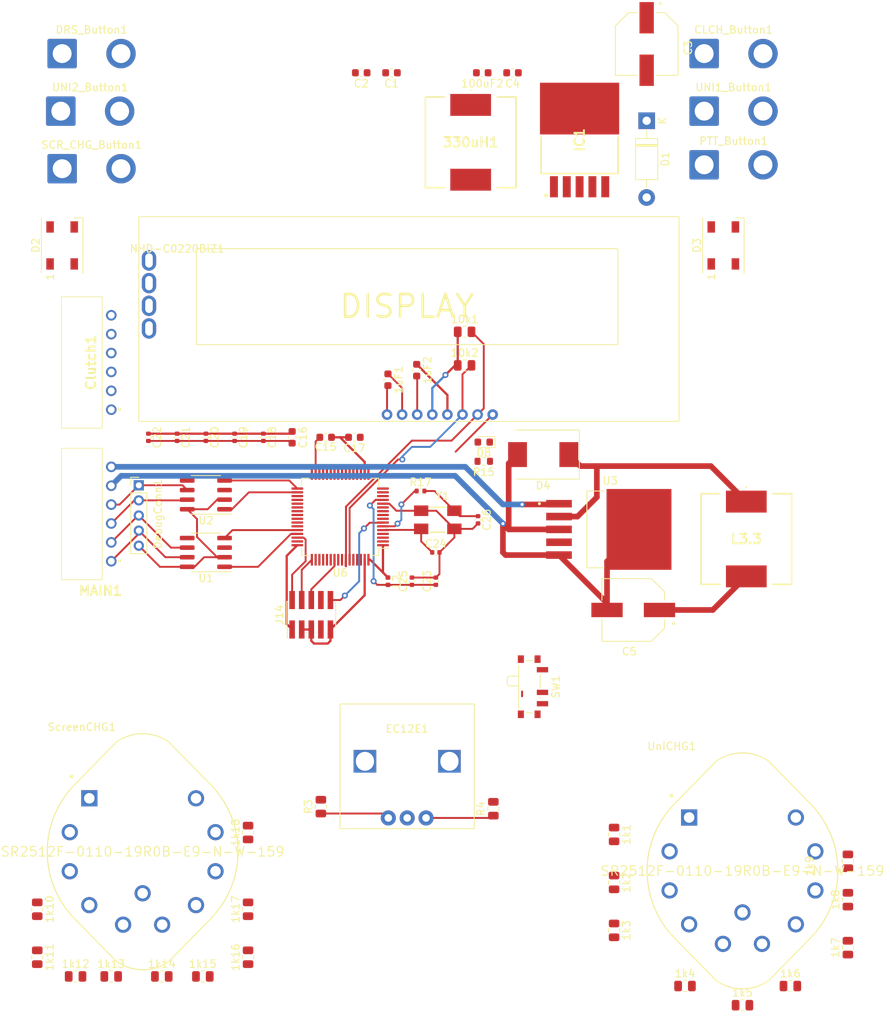
<source format=kicad_pcb>
(kicad_pcb (version 20171130) (host pcbnew "(5.1.10)-1")
  (layers (0 F.Cu signal) (31 B.Cu signal) (34 B.Paste user) (35 F.Paste user) (36 B.SilkS user) (37 F.SilkS user) (38 B.Mask user) (39 F.Mask user) (44 Edge.Cuts user))
  (net 0 "")
  (net 1 GND)
  (net 2 +5V)
  (net 3 +3V3)
  (net 4 "Net-(C15-Pad1)")
  (net 5 "Net-(C17-Pad1)")
  (net 6 +3.3VA)
  (net 7 HSE_IN)
  (net 8 "Net-(C26-Pad1)")
  (net 9 /STM32F405RGT6/BTN_CLCH)
  (net 10 "Net-(330uH1-Pad2)")
  (net 11 /STM32F405RGT6/LED_DATA)
  (net 12 "Net-(D2-Pad2)")
  (net 13 "Net-(D8-Pad1)")
  (net 14 LED_STATUS)
  (net 15 /STM32F405RGT6/BTN_DRS)
  (net 16 +12V)
  (net 17 SWDIO)
  (net 18 SWCLK)
  (net 19 SWO)
  (net 20 NRST)
  (net 21 CAN2_H)
  (net 22 CAN2_L)
  (net 23 CAN1_H)
  (net 24 CAN1_L)
  (net 25 /STM32F405RGT6/BTN_PTT)
  (net 26 "Net-(R16-Pad1)")
  (net 27 BOOT0)
  (net 28 HSE_OUT)
  (net 29 /STM32F405RGT6/BTN_SCR)
  (net 30 CAN1_TX)
  (net 31 CAN1_RX)
  (net 32 CAN2_RX)
  (net 33 CAN2_TX)
  (net 34 /Rotaries/ROT_SCR)
  (net 35 /STM32F405RGT6/BTN_UNI2)
  (net 36 /STM32F405RGT6/BTN_UNI1)
  (net 37 "Net-(1uF1-Pad1)")
  (net 38 /STM32F405RGT6/I2C_SDA)
  (net 39 /STM32F405RGT6/I2C_SCL)
  (net 40 /STM32F405RGT6/I2C_RESET)
  (net 41 "Net-(1uF2-Pad2)")
  (net 42 "Net-(1uF1-Pad2)")
  (net 43 "Net-(1k15-Pad2)")
  (net 44 "Net-(1k12-Pad2)")
  (net 45 "Net-(1k10-Pad2)")
  (net 46 "Net-(1k11-Pad2)")
  (net 47 "Net-(1k16-Pad2)")
  (net 48 "Net-(1k17-Pad2)")
  (net 49 "Net-(1k13-Pad2)")
  (net 50 "Net-(1k14-Pad2)")
  (net 51 "Net-(1k6-Pad2)")
  (net 52 "Net-(1k3-Pad2)")
  (net 53 "Net-(1k1-Pad2)")
  (net 54 "Net-(1k2-Pad2)")
  (net 55 "Net-(1k7-Pad2)")
  (net 56 "Net-(1k8-Pad2)")
  (net 57 "Net-(1k4-Pad2)")
  (net 58 "Net-(1k5-Pad2)")
  (net 59 /Rotaries/ENC_B)
  (net 60 /Rotaries/ENC_A)
  (net 61 "Net-(D4-Pad1)")
  (module Connector_PinHeader_1.27mm:PinHeader_2x05_P1.27mm_Vertical_SMD (layer F.Cu) (at 96.52 128.905 90)
    (fp_text reference J14 (at 0 -4.235 90) (layer F.SilkS))
    (fp_text value SWD)
    (pad 1 smd rect (at -1.95 -2.54 90) (size 2.4 0.74) (layers F.Cu F.Paste F.Mask) (net 3 +3V3))
    (pad 2 smd rect (at 1.95 -2.54 90) (size 2.4 0.74) (layers F.Cu F.Paste F.Mask) (net 17 SWDIO))
    (pad 3 smd rect (at -1.95 -1.27 90) (size 2.4 0.74) (layers F.Cu F.Paste F.Mask) (net 1 GND))
    (pad 4 smd rect (at 1.95 -1.27 90) (size 2.4 0.74) (layers F.Cu F.Paste F.Mask) (net 18 SWCLK))
    (pad 5 smd rect (at -1.95 0 90) (size 2.4 0.74) (layers F.Cu F.Paste F.Mask) (net 1 GND))
    (pad 6 smd rect (at 1.95 0 90) (size 2.4 0.74) (layers F.Cu F.Paste F.Mask) (net 19 SWO))
    (pad 7 smd rect (at -1.95 1.27 90) (size 2.4 0.74) (layers F.Cu F.Paste F.Mask))
    (pad 8 smd rect (at 1.95 1.27 90) (size 2.4 0.74) (layers F.Cu F.Paste F.Mask))
    (pad 9 smd rect (at -1.95 2.54 90) (size 2.4 0.74) (layers F.Cu F.Paste F.Mask) (net 1 GND))
    (pad 10 smd rect (at 1.95 2.54 90) (size 2.4 0.74) (layers F.Cu F.Paste F.Mask) (net 20 NRST))
  )
  (module Diode_SMD:D_SMC (layer F.Cu) (at 127.254 107.696 180)
    (fp_text reference D4 (at 0 -4.1) (layer F.SilkS))
    (fp_text value 1N5819)
    (pad 2 smd rect (at 3.4 0 270) (size 3.3 2.5) (layers F.Cu F.Paste F.Mask) (net 1 GND))
    (pad 1 smd rect (at -3.4 0 270) (size 3.3 2.5) (layers F.Cu F.Paste F.Mask) (net 61 "Net-(D4-Pad1)"))
  )
  (module Connector_PinHeader_2.00mm:PinHeader_1x05_P2.00mm_Vertical (layer F.Cu) (at 73.66 111.76)
    (fp_text reference DebugConn1 (at 2.54 3.81 90) (layer F.SilkS))
    (fp_text value Conn_01x05_Male)
    (pad 5 thru_hole oval (at 0 8) (size 1.35 1.35) (drill 0.8) (layers *.Cu *.Mask) (net 1 GND))
    (pad 4 thru_hole oval (at 0 6) (size 1.35 1.35) (drill 0.8) (layers *.Cu *.Mask) (net 23 CAN1_H))
    (pad 3 thru_hole oval (at 0 4) (size 1.35 1.35) (drill 0.8) (layers *.Cu *.Mask) (net 24 CAN1_L))
    (pad 2 thru_hole oval (at 0 2) (size 1.35 1.35) (drill 0.8) (layers *.Cu *.Mask) (net 21 CAN2_H))
    (pad 1 thru_hole rect (at 0 0) (size 1.35 1.35) (drill 0.8) (layers *.Cu *.Mask) (net 22 CAN2_L))
  )
  (module PGR-06_Additional:OSCCC500X320X110-4N (layer F.Cu) (at 113.284 116.332)
    (fp_text reference Y1 (at 0.63616 -3.18086) (layer F.SilkS) (effects (font (size 1.001843 1.001843))))
    (fp_text value 16MHz)
    (pad 1 smd rect (at -2.2 1.2) (size 1.9 1.4) (layers F.Cu F.Paste F.Mask) (net 7 HSE_IN))
    (pad 2 smd rect (at 2.2 1.2) (size 1.9 1.4) (layers F.Cu F.Paste F.Mask) (net 1 GND))
    (pad 3 smd rect (at 2.2 -1.2) (size 1.9 1.4) (layers F.Cu F.Paste F.Mask) (net 8 "Net-(C26-Pad1)"))
    (pad 4 smd rect (at -2.2 -1.2) (size 1.9 1.4) (layers F.Cu F.Paste F.Mask) (net 1 GND))
  )
  (module PGR-06_Additional:Alpha_Taiwan-SR2512F-0110-19R0B-E9-N-W-159-MFG (layer F.Cu) (at 153.67 162.814)
    (fp_text reference UniCHG1 (at -12.7 -16.499999) (layer F.SilkS) (effects (justify left)))
    (fp_text value SR2512F-0110-19R0B-E9-N-W-159 (at 0 0) (layer F.SilkS) (effects (font (size 1.27 1.27))))
    (pad 11 thru_hole circle (at 0 5.5) (size 2.15 2.15) (drill 1.4) (layers *.Cu) (net 34 /Rotaries/ROT_SCR))
    (pad 1 thru_hole rect (at -7.071 -7.071) (size 2.15 2.15) (drill 1.4) (layers *.Cu) (net 1 GND))
    (pad 10 thru_hole circle (at 7.071 -7.071) (size 2.15 2.15) (drill 1.4) (layers *.Cu) (net 3 +3V3))
    (pad 7 thru_hole circle (at 7.071 7.071) (size 2.15 2.15) (drill 1.4) (layers *.Cu) (net 51 "Net-(1k6-Pad2)"))
    (pad 4 thru_hole circle (at -7.071 7.071) (size 2.15 2.15) (drill 1.4) (layers *.Cu) (net 52 "Net-(1k3-Pad2)"))
    (pad 2 thru_hole circle (at -9.659 -2.588) (size 2.15 2.15) (drill 1.4) (layers *.Cu) (net 53 "Net-(1k1-Pad2)"))
    (pad 3 thru_hole circle (at -9.659 2.588) (size 2.15 2.15) (drill 1.4) (layers *.Cu) (net 54 "Net-(1k2-Pad2)"))
    (pad 8 thru_hole circle (at 9.659 2.588) (size 2.15 2.15) (drill 1.4) (layers *.Cu) (net 55 "Net-(1k7-Pad2)"))
    (pad 9 thru_hole circle (at 9.659 -2.588) (size 2.15 2.15) (drill 1.4) (layers *.Cu) (net 56 "Net-(1k8-Pad2)"))
    (pad 5 thru_hole circle (at -2.588 9.659) (size 2.15 2.15) (drill 1.4) (layers *.Cu) (net 57 "Net-(1k4-Pad2)"))
    (pad 6 thru_hole circle (at 2.588 9.659) (size 2.15 2.15) (drill 1.4) (layers *.Cu) (net 58 "Net-(1k5-Pad2)"))
  )
  (module PGR-06_Additional:Alpha_Taiwan-SR2512F-0110-19R0B-E9-N-W-159-MFG (layer F.Cu) (at 74.168 160.274)
    (fp_text reference ScreenCHG1 (at -12.7 -16.499999) (layer F.SilkS) (effects (justify left)))
    (fp_text value SR2512F-0110-19R0B-E9-N-W-159 (at 0 0) (layer F.SilkS) (effects (font (size 1.27 1.27))))
    (pad 11 thru_hole circle (at 0 5.5) (size 2.15 2.15) (drill 1.4) (layers *.Cu) (net 34 /Rotaries/ROT_SCR))
    (pad 1 thru_hole rect (at -7.071 -7.071) (size 2.15 2.15) (drill 1.4) (layers *.Cu) (net 1 GND))
    (pad 10 thru_hole circle (at 7.071 -7.071) (size 2.15 2.15) (drill 1.4) (layers *.Cu) (net 3 +3V3))
    (pad 7 thru_hole circle (at 7.071 7.071) (size 2.15 2.15) (drill 1.4) (layers *.Cu) (net 43 "Net-(1k15-Pad2)"))
    (pad 4 thru_hole circle (at -7.071 7.071) (size 2.15 2.15) (drill 1.4) (layers *.Cu) (net 44 "Net-(1k12-Pad2)"))
    (pad 2 thru_hole circle (at -9.659 -2.588) (size 2.15 2.15) (drill 1.4) (layers *.Cu) (net 45 "Net-(1k10-Pad2)"))
    (pad 3 thru_hole circle (at -9.659 2.588) (size 2.15 2.15) (drill 1.4) (layers *.Cu) (net 46 "Net-(1k11-Pad2)"))
    (pad 8 thru_hole circle (at 9.659 2.588) (size 2.15 2.15) (drill 1.4) (layers *.Cu) (net 47 "Net-(1k16-Pad2)"))
    (pad 9 thru_hole circle (at 9.659 -2.588) (size 2.15 2.15) (drill 1.4) (layers *.Cu) (net 48 "Net-(1k17-Pad2)"))
    (pad 5 thru_hole circle (at -2.588 9.659) (size 2.15 2.15) (drill 1.4) (layers *.Cu) (net 49 "Net-(1k13-Pad2)"))
    (pad 6 thru_hole circle (at 2.588 9.659) (size 2.15 2.15) (drill 1.4) (layers *.Cu) (net 50 "Net-(1k14-Pad2)"))
  )
  (module Resistor_SMD:R_0805_2012Metric (layer F.Cu) (at 120.65 154.5825 90)
    (fp_text reference R4 (at 0 -1.65 90) (layer F.SilkS))
    (fp_text value 10k)
    (pad 2 smd roundrect (at 0.9125 0 90) (size 1.025 1.4) (layers F.Cu F.Paste F.Mask) (roundrect_rratio 0.243902) (net 3 +3V3))
    (pad 1 smd roundrect (at -0.9125 0 90) (size 1.025 1.4) (layers F.Cu F.Paste F.Mask) (roundrect_rratio 0.243902) (net 59 /Rotaries/ENC_B))
  )
  (module Resistor_SMD:R_0805_2012Metric (layer F.Cu) (at 97.79 154.305 90)
    (fp_text reference R3 (at 0 -1.65 90) (layer F.SilkS))
    (fp_text value 10k)
    (pad 2 smd roundrect (at 0.9125 0 90) (size 1.025 1.4) (layers F.Cu F.Paste F.Mask) (roundrect_rratio 0.243902) (net 3 +3V3))
    (pad 1 smd roundrect (at -0.9125 0 90) (size 1.025 1.4) (layers F.Cu F.Paste F.Mask) (roundrect_rratio 0.243902) (net 60 /Rotaries/ENC_A))
  )
  (module "PGR-06_Additional:NHD-C0220BiZ-FS(RGB)-FBW-3VM" (layer F.Cu) (at 73.66 76.2)
    (fp_text reference NHD-C0220BiZ1 (at 5.08 4.24) (layer F.SilkS))
    (fp_text value "NHD-C0220BiZ-FS(RGB)-FBW-3VM")
    (fp_text user DISPLAY (at 35.56 11.86) (layer F.SilkS) (effects (font (size 3 3) (thickness 0.35))))
    (pad 12 thru_hole oval (at 1.35 5.8) (size 1.9 2.7) (drill oval 1 1.9) (layers *.Cu *.Mask))
    (pad 11 thru_hole oval (at 1.35 8.8) (size 1.9 2.7) (drill oval 1 1.9) (layers *.Cu *.Mask))
    (pad 10 thru_hole oval (at 1.35 11.8) (size 1.9 2.7) (drill oval 1 1.9) (layers *.Cu *.Mask))
    (pad 9 thru_hole oval (at 1.35 14.8) (size 1.9 2.7) (drill oval 1 1.9) (layers *.Cu *.Mask))
    (pad 1 thru_hole circle (at 46.9 26.2) (size 1.4 1.4) (drill 0.7) (layers *.Cu *.Mask) (net 40 /STM32F405RGT6/I2C_RESET))
    (pad 2 thru_hole circle (at 44.9 26.2) (size 1.4 1.4) (drill 0.8) (layers *.Cu *.Mask) (net 39 /STM32F405RGT6/I2C_SCL))
    (pad 3 thru_hole circle (at 42.9 26.2) (size 1.4 1.4) (drill 0.762) (layers *.Cu *.Mask) (net 38 /STM32F405RGT6/I2C_SDA))
    (pad 4 thru_hole circle (at 40.9 26.2) (size 1.4 1.4) (drill 0.762) (layers *.Cu *.Mask) (net 1 GND))
    (pad 5 thru_hole circle (at 38.9 26.2) (size 1.4 1.4) (drill 0.762) (layers *.Cu *.Mask) (net 3 +3V3))
    (pad 6 thru_hole circle (at 36.9 26.2) (size 1.4 1.4) (drill 0.762) (layers *.Cu *.Mask) (net 41 "Net-(1uF2-Pad2)"))
    (pad 7 thru_hole circle (at 34.9 26.2) (size 1.4 1.4) (drill 0.762) (layers *.Cu *.Mask) (net 37 "Net-(1uF1-Pad1)"))
    (pad 8 thru_hole circle (at 32.9 26.2) (size 1.4 1.4) (drill 0.762) (layers *.Cu *.Mask) (net 42 "Net-(1uF1-Pad2)"))
  )
  (module PGR-06_Additional:EC12E1220405 (layer F.Cu) (at 109.22 143.51)
    (fp_text reference EC12E1 (at 0 0.5) (layer F.SilkS))
    (fp_text value EC12E1220405)
    (pad "" thru_hole rect (at 5.6108 4.7936) (size 3 3) (drill oval 2.4 2.5) (layers *.Cu *.Mask))
    (pad "" thru_hole rect (at -5.5892 4.7936) (size 3 3) (drill oval 2.4 2.5) (layers *.Cu *.Mask))
    (pad 3 thru_hole circle (at 2.5108 12.2936) (size 2 2) (drill 1) (layers *.Cu *.Mask) (net 59 /Rotaries/ENC_B))
    (pad 2 thru_hole circle (at 0.0108 12.2936) (size 2 2) (drill 1) (layers *.Cu *.Mask) (net 1 GND))
    (pad 1 thru_hole circle (at -2.4892 12.2936) (size 2 2) (drill 1) (layers *.Cu *.Mask) (net 60 /Rotaries/ENC_A))
  )
  (module Capacitor_SMD:C_0603_1608Metric (layer F.Cu) (at 110.49 96.52 270)
    (fp_text reference 1uF2 (at 0 -1.43 90) (layer F.SilkS))
    (fp_text value C_Small)
    (pad 2 smd roundrect (at 0.775 0 270) (size 0.9 0.95) (layers F.Cu F.Paste F.Mask) (net 41 "Net-(1uF2-Pad2)"))
    (pad 1 smd roundrect (at -0.775 0 270) (size 0.9 0.95) (layers F.Cu F.Paste F.Mask) (net 1 GND))
  )
  (module Capacitor_SMD:C_0603_1608Metric (layer F.Cu) (at 106.68 97.79 270)
    (fp_text reference 1uF1 (at 0 -1.43 90) (layer F.SilkS))
    (fp_text value C_Small)
    (pad 2 smd roundrect (at 0.775 0 270) (size 0.9 0.95) (layers F.Cu F.Paste F.Mask) (net 42 "Net-(1uF1-Pad2)"))
    (pad 1 smd roundrect (at -0.775 0 270) (size 0.9 0.95) (layers F.Cu F.Paste F.Mask) (net 37 "Net-(1uF1-Pad1)"))
  )
  (module Resistor_SMD:R_0805_2012Metric (layer F.Cu) (at 88.138 157.734 90)
    (fp_text reference 1k18 (at 0 -1.65 90) (layer F.SilkS))
    (fp_text value 1k)
    (pad 2 smd roundrect (at 0.9125 0 90) (size 1.025 1.4) (layers F.Cu F.Paste F.Mask) (roundrect_rratio 0.243902) (net 3 +3V3))
    (pad 1 smd roundrect (at -0.9125 0 90) (size 1.025 1.4) (layers F.Cu F.Paste F.Mask) (roundrect_rratio 0.243902) (net 48 "Net-(1k17-Pad2)"))
  )
  (module Resistor_SMD:R_0805_2012Metric (layer F.Cu) (at 88.138 167.894 90)
    (fp_text reference 1k17 (at 0 -1.65 90) (layer F.SilkS))
    (fp_text value 1k)
    (pad 2 smd roundrect (at 0.9125 0 90) (size 1.025 1.4) (layers F.Cu F.Paste F.Mask) (roundrect_rratio 0.243902) (net 48 "Net-(1k17-Pad2)"))
    (pad 1 smd roundrect (at -0.9125 0 90) (size 1.025 1.4) (layers F.Cu F.Paste F.Mask) (roundrect_rratio 0.243902) (net 47 "Net-(1k16-Pad2)"))
  )
  (module Resistor_SMD:R_0805_2012Metric (layer F.Cu) (at 88.138 174.244 90)
    (fp_text reference 1k16 (at 0 -1.65 90) (layer F.SilkS))
    (fp_text value 1k)
    (pad 2 smd roundrect (at 0.9125 0 90) (size 1.025 1.4) (layers F.Cu F.Paste F.Mask) (roundrect_rratio 0.243902) (net 47 "Net-(1k16-Pad2)"))
    (pad 1 smd roundrect (at -0.9125 0 90) (size 1.025 1.4) (layers F.Cu F.Paste F.Mask) (roundrect_rratio 0.243902) (net 43 "Net-(1k15-Pad2)"))
  )
  (module Resistor_SMD:R_0805_2012Metric (layer F.Cu) (at 116.84 95.885)
    (fp_text reference 10k2 (at 0 -1.65) (layer F.SilkS))
    (fp_text value R_Small)
    (pad 2 smd roundrect (at 0.9125 0) (size 1.025 1.4) (layers F.Cu F.Paste F.Mask) (roundrect_rratio 0.243902) (net 38 /STM32F405RGT6/I2C_SDA))
    (pad 1 smd roundrect (at -0.9125 0) (size 1.025 1.4) (layers F.Cu F.Paste F.Mask) (roundrect_rratio 0.243902) (net 3 +3V3))
  )
  (module Resistor_SMD:R_0805_2012Metric (layer F.Cu) (at 116.84 91.44)
    (fp_text reference 10k1 (at 0 -1.65) (layer F.SilkS))
    (fp_text value R_Small)
    (pad 2 smd roundrect (at 0.9125 0) (size 1.025 1.4) (layers F.Cu F.Paste F.Mask) (roundrect_rratio 0.243902) (net 39 /STM32F405RGT6/I2C_SCL))
    (pad 1 smd roundrect (at -0.9125 0) (size 1.025 1.4) (layers F.Cu F.Paste F.Mask) (roundrect_rratio 0.243902) (net 3 +3V3))
  )
  (module 16SVPG330MX:CAP_16SVPG330MX (layer F.Cu) (at 140.97 53.34 270)
    (fp_text reference C3 (at 0.525 -5.492 90) (layer F.SilkS))
    (fp_text value 16SVPG330MX)
    (pad 1 smd rect (at -3.475 0 270) (size 4.15 1.9) (layers F.Cu F.Paste F.Mask) (net 2 +5V))
    (pad 2 smd rect (at 3.475 0 270) (size 4.15 1.9) (layers F.Cu F.Paste F.Mask) (net 1 GND))
  )
  (module 16SVPG330MX:CAP_16SVPG330MX (layer F.Cu) (at 139.192 128.27 180)
    (fp_text reference C5 (at 0.525 -5.492) (layer F.SilkS))
    (fp_text value 16SVPG330MX)
    (pad 2 smd rect (at 3.475 0 180) (size 4.15 1.9) (layers F.Cu F.Paste F.Mask) (net 1 GND))
    (pad 1 smd rect (at -3.475 0 180) (size 4.15 1.9) (layers F.Cu F.Paste F.Mask) (net 3 +3V3))
  )
  (module LM2575HVS-5.0_NOPB:TO170P1435X465-6N (layer F.Cu) (at 132.08 66.04 90)
    (fp_text reference IC1 (at 0 0 90) (layer F.SilkS) (effects (font (size 1.27 1.27) (thickness 0.254))))
    (fp_text value LM2575HVS-5.0_NOPB hide)
    (pad 6 smd rect (at 4.15 0 90) (size 6.85 10.5) (layers F.Cu F.Paste F.Mask) (net 1 GND))
    (pad 5 smd rect (at -6.2 3.4 180) (size 1.05 2.8) (layers F.Cu F.Paste F.Mask) (net 1 GND))
    (pad 4 smd rect (at -6.2 1.7 180) (size 1.05 2.8) (layers F.Cu F.Paste F.Mask) (net 2 +5V))
    (pad 3 smd rect (at -6.2 0 180) (size 1.05 2.8) (layers F.Cu F.Paste F.Mask) (net 1 GND))
    (pad 2 smd rect (at -6.2 -1.7 180) (size 1.05 2.8) (layers F.Cu F.Paste F.Mask) (net 10 "Net-(330uH1-Pad2)"))
    (pad 1 smd rect (at -6.2 -3.4 180) (size 1.05 2.8) (layers F.Cu F.Paste F.Mask) (net 16 +12V))
  )
  (module LM2575HVS-3.3_NOPB:VREG_TPS79625KTTR (layer F.Cu) (at 139.954 117.602)
    (fp_text reference U3 (at -3.825 -6.435) (layer F.SilkS))
    (fp_text value LM2575HVS-3.3_NOPB)
    (pad 6 smd rect (at 0 0) (size 8.6 10.7) (layers F.Cu) (net 1 GND))
    (pad 5 smd rect (at -10.6 3.4) (size 3.4 1) (layers F.Cu) (net 1 GND))
    (pad 4 smd rect (at -10.6 1.7) (size 3.4 1) (layers F.Cu) (net 3 +3V3))
    (pad 3 smd rect (at -10.6 0) (size 3.4 1) (layers F.Cu) (net 1 GND))
    (pad 2 smd rect (at -10.6 -1.7) (size 3.4 1) (layers F.Cu) (net 61 "Net-(D4-Pad1)"))
    (pad 1 smd rect (at -10.6 -3.4) (size 3.4 1) (layers F.Cu) (net 16 +12V))
  )
  (module PGR-06_Additional:7447707331 (layer F.Cu) (at 154.178 118.872 180)
    (fp_text reference L3.3 (at 0 0) (layer F.SilkS) (effects (font (size 1.27 1.27) (thickness 0.254))))
    (fp_text value 330uH hide)
    (pad 1 smd rect (at 0 4.95 270) (size 2.9 5.4) (layers F.Cu F.Paste F.Mask) (net 61 "Net-(D4-Pad1)"))
    (pad 2 smd rect (at 0 -4.95 270) (size 2.9 5.4) (layers F.Cu F.Paste F.Mask) (net 3 +3V3))
  )
  (module PGR-06_Additional:7447707331 (layer F.Cu) (at 117.645 66.355 180)
    (fp_text reference 330uH1 (at 0 0) (layer F.SilkS) (effects (font (size 1.27 1.27) (thickness 0.254))))
    (fp_text value L_Small hide)
    (pad 1 smd rect (at 0 4.95 270) (size 2.9 5.4) (layers F.Cu F.Paste F.Mask) (net 2 +5V))
    (pad 2 smd rect (at 0 -4.95 270) (size 2.9 5.4) (layers F.Cu F.Paste F.Mask) (net 10 "Net-(330uH1-Pad2)"))
  )
  (module 22-05-7065:22057065 (layer F.Cu) (at 67.31 115.57 90)
    (fp_text reference MAIN1 (at -10.16 1.27 180) (layer F.SilkS) (effects (font (size 1.27 1.27) (thickness 0.254))))
    (fp_text value 22-05-7065 hide)
    (pad 1 thru_hole circle (at -6.25 2.7 90) (size 1.4 1.4) (drill 0.9) (layers *.Cu *.Mask) (net 23 CAN1_H))
    (pad 2 thru_hole circle (at -3.75 2.7 90) (size 1.4 1.4) (drill 0.9) (layers *.Cu *.Mask) (net 24 CAN1_L))
    (pad 3 thru_hole circle (at -1.25 2.7 90) (size 1.4 1.4) (drill 0.9) (layers *.Cu *.Mask) (net 21 CAN2_H))
    (pad 4 thru_hole circle (at 1.25 2.7 90) (size 1.4 1.4) (drill 0.9) (layers *.Cu *.Mask) (net 22 CAN2_L))
    (pad 5 thru_hole circle (at 3.75 2.7 90) (size 1.4 1.4) (drill 0.9) (layers *.Cu *.Mask) (net 1 GND))
    (pad 6 thru_hole circle (at 6.25 2.7 90) (size 1.4 1.4) (drill 0.9) (layers *.Cu *.Mask) (net 16 +12V))
  )
  (module 22-05-7065:22057065 (layer F.Cu) (at 67.31 95.504 90)
    (fp_text reference Clutch1 (at 0 0 90) (layer F.SilkS) (effects (font (size 1.27 1.27) (thickness 0.254))))
    (fp_text value 22-05-7065 hide)
    (pad 6 thru_hole circle (at 6.25 2.7 90) (size 1.4 1.4) (drill 0.9) (layers *.Cu *.Mask) (net 1 GND))
    (pad 5 thru_hole circle (at 3.75 2.7 90) (size 1.4 1.4) (drill 0.9) (layers *.Cu *.Mask))
    (pad 4 thru_hole circle (at 1.25 2.7 90) (size 1.4 1.4) (drill 0.9) (layers *.Cu *.Mask) (net 1 GND))
    (pad 3 thru_hole circle (at -1.25 2.7 90) (size 1.4 1.4) (drill 0.9) (layers *.Cu *.Mask))
    (pad 2 thru_hole circle (at -3.75 2.7 90) (size 1.4 1.4) (drill 0.9) (layers *.Cu *.Mask) (net 3 +3V3))
    (pad 1 thru_hole circle (at -6.25 2.7 90) (size 1.4 1.4) (drill 0.9) (layers *.Cu *.Mask))
  )
  (module Capacitor_SMD:C_0603_1608Metric (layer F.Cu) (at 103.14 57.15 180)
    (fp_text reference C2 (at 0 -1.43) (layer F.SilkS))
    (fp_text value C_Small)
    (pad 2 smd roundrect (at 0.775 0 180) (size 0.9 0.95) (layers F.Cu F.Paste F.Mask) (net 2 +5V))
    (pad 1 smd roundrect (at -0.775 0 180) (size 0.9 0.95) (layers F.Cu F.Paste F.Mask) (net 1 GND))
  )
  (module Capacitor_SMD:C_0603_1608Metric (layer F.Cu) (at 107.15 57.15 180)
    (fp_text reference C1 (at 0 -1.43) (layer F.SilkS))
    (fp_text value C_Small)
    (pad 2 smd roundrect (at 0.775 0 180) (size 0.9 0.95) (layers F.Cu F.Paste F.Mask) (net 2 +5V))
    (pad 1 smd roundrect (at -0.775 0 180) (size 0.9 0.95) (layers F.Cu F.Paste F.Mask) (net 1 GND))
  )
  (module Capacitor_SMD:C_0603_1608Metric (layer F.Cu) (at 119.18 57.15 180)
    (fp_text reference 100uF2 (at 0 -1.43) (layer F.SilkS))
    (fp_text value C_Small)
    (pad 2 smd roundrect (at 0.775 0 180) (size 0.9 0.95) (layers F.Cu F.Paste F.Mask) (net 16 +12V))
    (pad 1 smd roundrect (at -0.775 0 180) (size 0.9 0.95) (layers F.Cu F.Paste F.Mask) (net 1 GND))
  )
  (module Capacitor_SMD:C_0603_1608Metric (layer F.Cu) (at 123.19 57.15 180)
    (fp_text reference C4 (at 0 -1.43) (layer F.SilkS))
    (fp_text value 100uF)
    (pad 2 smd roundrect (at 0.775 0 180) (size 0.9 0.95) (layers F.Cu F.Paste F.Mask) (net 16 +12V))
    (pad 1 smd roundrect (at -0.775 0 180) (size 0.9 0.95) (layers F.Cu F.Paste F.Mask) (net 1 GND))
  )
  (module Resistor_SMD:R_0805_2012Metric (layer F.Cu) (at 82.1455 176.784)
    (fp_text reference 1k15 (at 0 -1.65) (layer F.SilkS))
    (fp_text value 1k)
    (pad 2 smd roundrect (at 0.9125 0) (size 1.025 1.4) (layers F.Cu F.Paste F.Mask) (roundrect_rratio 0.243902) (net 43 "Net-(1k15-Pad2)"))
    (pad 1 smd roundrect (at -0.9125 0) (size 1.025 1.4) (layers F.Cu F.Paste F.Mask) (roundrect_rratio 0.243902) (net 50 "Net-(1k14-Pad2)"))
  )
  (module Resistor_SMD:R_0805_2012Metric (layer F.Cu) (at 76.708 176.784)
    (fp_text reference 1k14 (at 0 -1.65) (layer F.SilkS))
    (fp_text value 1k)
    (pad 2 smd roundrect (at 0.9125 0) (size 1.025 1.4) (layers F.Cu F.Paste F.Mask) (roundrect_rratio 0.243902) (net 50 "Net-(1k14-Pad2)"))
    (pad 1 smd roundrect (at -0.9125 0) (size 1.025 1.4) (layers F.Cu F.Paste F.Mask) (roundrect_rratio 0.243902) (net 49 "Net-(1k13-Pad2)"))
  )
  (module Resistor_SMD:R_0805_2012Metric (layer F.Cu) (at 70.0005 176.784)
    (fp_text reference 1k13 (at 0 -1.65) (layer F.SilkS))
    (fp_text value 1k)
    (pad 2 smd roundrect (at 0.9125 0) (size 1.025 1.4) (layers F.Cu F.Paste F.Mask) (roundrect_rratio 0.243902) (net 49 "Net-(1k13-Pad2)"))
    (pad 1 smd roundrect (at -0.9125 0) (size 1.025 1.4) (layers F.Cu F.Paste F.Mask) (roundrect_rratio 0.243902) (net 44 "Net-(1k12-Pad2)"))
  )
  (module Resistor_SMD:R_0805_2012Metric (layer F.Cu) (at 65.278 176.784)
    (fp_text reference 1k12 (at 0 -1.65) (layer F.SilkS))
    (fp_text value 1k)
    (pad 2 smd roundrect (at 0.9125 0) (size 1.025 1.4) (layers F.Cu F.Paste F.Mask) (roundrect_rratio 0.243902) (net 44 "Net-(1k12-Pad2)"))
    (pad 1 smd roundrect (at -0.9125 0) (size 1.025 1.4) (layers F.Cu F.Paste F.Mask) (roundrect_rratio 0.243902) (net 46 "Net-(1k11-Pad2)"))
  )
  (module Resistor_SMD:R_0805_2012Metric (layer F.Cu) (at 60.198 174.244 270)
    (fp_text reference 1k11 (at 0 -1.65 90) (layer F.SilkS))
    (fp_text value 1k)
    (pad 2 smd roundrect (at 0.9125 0 270) (size 1.025 1.4) (layers F.Cu F.Paste F.Mask) (roundrect_rratio 0.243902) (net 46 "Net-(1k11-Pad2)"))
    (pad 1 smd roundrect (at -0.9125 0 270) (size 1.025 1.4) (layers F.Cu F.Paste F.Mask) (roundrect_rratio 0.243902) (net 45 "Net-(1k10-Pad2)"))
  )
  (module Resistor_SMD:R_0805_2012Metric (layer F.Cu) (at 60.198 167.894 270)
    (fp_text reference 1k10 (at 0 -1.65 90) (layer F.SilkS))
    (fp_text value 1k)
    (pad 2 smd roundrect (at 0.9125 0 270) (size 1.025 1.4) (layers F.Cu F.Paste F.Mask) (roundrect_rratio 0.243902) (net 45 "Net-(1k10-Pad2)"))
    (pad 1 smd roundrect (at -0.9125 0 270) (size 1.025 1.4) (layers F.Cu F.Paste F.Mask) (roundrect_rratio 0.243902) (net 1 GND))
  )
  (module Resistor_SMD:R_0805_2012Metric (layer F.Cu) (at 167.64 161.544 90)
    (fp_text reference 1k9 (at -0.63 -5.08 90) (layer F.SilkS))
    (fp_text value 1k)
    (pad 2 smd roundrect (at 0.9125 0 90) (size 1.025 1.4) (layers F.Cu F.Paste F.Mask) (roundrect_rratio 0.243902) (net 3 +3V3))
    (pad 1 smd roundrect (at -0.9125 0 90) (size 1.025 1.4) (layers F.Cu F.Paste F.Mask) (roundrect_rratio 0.243902) (net 56 "Net-(1k8-Pad2)"))
  )
  (module Resistor_SMD:R_0805_2012Metric (layer F.Cu) (at 167.64 166.624 90)
    (fp_text reference 1k8 (at 0 -1.65 90) (layer F.SilkS))
    (fp_text value 1k)
    (pad 2 smd roundrect (at 0.9125 0 90) (size 1.025 1.4) (layers F.Cu F.Paste F.Mask) (roundrect_rratio 0.243902) (net 56 "Net-(1k8-Pad2)"))
    (pad 1 smd roundrect (at -0.9125 0 90) (size 1.025 1.4) (layers F.Cu F.Paste F.Mask) (roundrect_rratio 0.243902) (net 55 "Net-(1k7-Pad2)"))
  )
  (module Resistor_SMD:R_0805_2012Metric (layer F.Cu) (at 167.64 172.974 90)
    (fp_text reference 1k7 (at 0 -1.65 90) (layer F.SilkS))
    (fp_text value 1k)
    (pad 2 smd roundrect (at 0.9125 0 90) (size 1.025 1.4) (layers F.Cu F.Paste F.Mask) (roundrect_rratio 0.243902) (net 55 "Net-(1k7-Pad2)"))
    (pad 1 smd roundrect (at -0.9125 0 90) (size 1.025 1.4) (layers F.Cu F.Paste F.Mask) (roundrect_rratio 0.243902) (net 51 "Net-(1k6-Pad2)"))
  )
  (module Resistor_SMD:R_0805_2012Metric (layer F.Cu) (at 160.02 178.054)
    (fp_text reference 1k6 (at 0 -1.65) (layer F.SilkS))
    (fp_text value 1k)
    (pad 2 smd roundrect (at 0.9125 0) (size 1.025 1.4) (layers F.Cu F.Paste F.Mask) (roundrect_rratio 0.243902) (net 51 "Net-(1k6-Pad2)"))
    (pad 1 smd roundrect (at -0.9125 0) (size 1.025 1.4) (layers F.Cu F.Paste F.Mask) (roundrect_rratio 0.243902) (net 58 "Net-(1k5-Pad2)"))
  )
  (module Resistor_SMD:R_0805_2012Metric (layer F.Cu) (at 153.67 180.594)
    (fp_text reference 1k5 (at 0 -1.65) (layer F.SilkS))
    (fp_text value 1k)
    (pad 2 smd roundrect (at 0.9125 0) (size 1.025 1.4) (layers F.Cu F.Paste F.Mask) (roundrect_rratio 0.243902) (net 58 "Net-(1k5-Pad2)"))
    (pad 1 smd roundrect (at -0.9125 0) (size 1.025 1.4) (layers F.Cu F.Paste F.Mask) (roundrect_rratio 0.243902) (net 57 "Net-(1k4-Pad2)"))
  )
  (module Resistor_SMD:R_0805_2012Metric (layer F.Cu) (at 146.05 178.054)
    (fp_text reference 1k4 (at 0 -1.65) (layer F.SilkS))
    (fp_text value 1k)
    (pad 2 smd roundrect (at 0.9125 0) (size 1.025 1.4) (layers F.Cu F.Paste F.Mask) (roundrect_rratio 0.243902) (net 57 "Net-(1k4-Pad2)"))
    (pad 1 smd roundrect (at -0.9125 0) (size 1.025 1.4) (layers F.Cu F.Paste F.Mask) (roundrect_rratio 0.243902) (net 52 "Net-(1k3-Pad2)"))
  )
  (module Resistor_SMD:R_0805_2012Metric (layer F.Cu) (at 136.652 170.688 270)
    (fp_text reference 1k3 (at 0 -1.65 90) (layer F.SilkS))
    (fp_text value 1k)
    (pad 2 smd roundrect (at 0.9125 0 270) (size 1.025 1.4) (layers F.Cu F.Paste F.Mask) (roundrect_rratio 0.243902) (net 52 "Net-(1k3-Pad2)"))
    (pad 1 smd roundrect (at -0.9125 0 270) (size 1.025 1.4) (layers F.Cu F.Paste F.Mask) (roundrect_rratio 0.243902) (net 54 "Net-(1k2-Pad2)"))
  )
  (module Resistor_SMD:R_0805_2012Metric (layer F.Cu) (at 136.652 164.338 270)
    (fp_text reference 1k2 (at 0 -1.65 90) (layer F.SilkS))
    (fp_text value 1k)
    (pad 2 smd roundrect (at 0.9125 0 270) (size 1.025 1.4) (layers F.Cu F.Paste F.Mask) (roundrect_rratio 0.243902) (net 54 "Net-(1k2-Pad2)"))
    (pad 1 smd roundrect (at -0.9125 0 270) (size 1.025 1.4) (layers F.Cu F.Paste F.Mask) (roundrect_rratio 0.243902) (net 53 "Net-(1k1-Pad2)"))
  )
  (module Resistor_SMD:R_0805_2012Metric (layer F.Cu) (at 136.652 157.988 270)
    (fp_text reference 1k1 (at 0 -1.65 90) (layer F.SilkS))
    (fp_text value 1k)
    (pad 2 smd roundrect (at 0.9125 0 270) (size 1.025 1.4) (layers F.Cu F.Paste F.Mask) (roundrect_rratio 0.243902) (net 53 "Net-(1k1-Pad2)"))
    (pad 1 smd roundrect (at -0.9125 0 270) (size 1.025 1.4) (layers F.Cu F.Paste F.Mask) (roundrect_rratio 0.243902) (net 1 GND))
  )
  (module Capacitor_SMD:C_0603_1608Metric (layer F.Cu) (at 98.425 105.41)
    (fp_text reference C15 (at 0 1.27) (layer F.SilkS))
    (fp_text value 2u2)
    (pad 1 smd roundrect (at -0.775 0) (size 0.9 0.95) (layers F.Cu F.Paste F.Mask) (net 4 "Net-(C15-Pad1)"))
    (pad 2 smd roundrect (at 0.775 0) (size 0.9 0.95) (layers F.Cu F.Paste F.Mask) (net 1 GND))
  )
  (module Capacitor_SMD:C_0603_1608Metric (layer F.Cu) (at 93.98 105.41 270)
    (fp_text reference C16 (at 0 -1.43 90) (layer F.SilkS))
    (fp_text value 4u7)
    (pad 2 smd roundrect (at 0.775 0 270) (size 0.9 0.95) (layers F.Cu F.Paste F.Mask) (net 1 GND))
    (pad 1 smd roundrect (at -0.775 0 270) (size 0.9 0.95) (layers F.Cu F.Paste F.Mask) (net 3 +3V3))
  )
  (module Capacitor_SMD:C_0603_1608Metric (layer F.Cu) (at 102.235 105.41 180)
    (fp_text reference C17 (at 0 -1.43) (layer F.SilkS))
    (fp_text value 2u2)
    (pad 1 smd roundrect (at -0.775 0 180) (size 0.9 0.95) (layers F.Cu F.Paste F.Mask) (net 5 "Net-(C17-Pad1)"))
    (pad 2 smd roundrect (at 0.775 0 180) (size 0.9 0.95) (layers F.Cu F.Paste F.Mask) (net 1 GND))
  )
  (module Capacitor_SMD:C_0402_1005Metric (layer F.Cu) (at 90.17 105.41 270)
    (fp_text reference C18 (at 0 -1.16 90) (layer F.SilkS))
    (fp_text value 100n)
    (pad 1 smd roundrect (at -0.48 0 270) (size 0.56 0.62) (layers F.Cu F.Paste F.Mask) (net 3 +3V3))
    (pad 2 smd roundrect (at 0.48 0 270) (size 0.56 0.62) (layers F.Cu F.Paste F.Mask) (net 1 GND))
  )
  (module Capacitor_SMD:C_0402_1005Metric (layer F.Cu) (at 86.36 105.41 270)
    (fp_text reference C19 (at 0 -1.16 90) (layer F.SilkS))
    (fp_text value 100n)
    (pad 2 smd roundrect (at 0.48 0 270) (size 0.56 0.62) (layers F.Cu F.Paste F.Mask) (net 1 GND))
    (pad 1 smd roundrect (at -0.48 0 270) (size 0.56 0.62) (layers F.Cu F.Paste F.Mask) (net 3 +3V3))
  )
  (module Capacitor_SMD:C_0402_1005Metric (layer F.Cu) (at 82.55 105.41 270)
    (fp_text reference C20 (at 0 -1.16 90) (layer F.SilkS))
    (fp_text value 100n)
    (pad 1 smd roundrect (at -0.48 0 270) (size 0.56 0.62) (layers F.Cu F.Paste F.Mask) (net 3 +3V3))
    (pad 2 smd roundrect (at 0.48 0 270) (size 0.56 0.62) (layers F.Cu F.Paste F.Mask) (net 1 GND))
  )
  (module Capacitor_SMD:C_0402_1005Metric (layer F.Cu) (at 78.74 105.41 270)
    (fp_text reference C21 (at 0 -1.16 90) (layer F.SilkS))
    (fp_text value 100n)
    (pad 1 smd roundrect (at -0.48 0 270) (size 0.56 0.62) (layers F.Cu F.Paste F.Mask) (net 3 +3V3))
    (pad 2 smd roundrect (at 0.48 0 270) (size 0.56 0.62) (layers F.Cu F.Paste F.Mask) (net 1 GND))
  )
  (module Capacitor_SMD:C_0402_1005Metric (layer F.Cu) (at 74.93 105.41 270)
    (fp_text reference C22 (at 0 -1.16 90) (layer F.SilkS))
    (fp_text value 100n)
    (pad 2 smd roundrect (at 0.48 0 270) (size 0.56 0.62) (layers F.Cu F.Paste F.Mask) (net 1 GND))
    (pad 1 smd roundrect (at -0.48 0 270) (size 0.56 0.62) (layers F.Cu F.Paste F.Mask) (net 3 +3V3))
  )
  (module Capacitor_SMD:C_0402_1005Metric (layer F.Cu) (at 113.03 124.46 90)
    (fp_text reference C23 (at 0 -1.16 90) (layer F.SilkS))
    (fp_text value 1u)
    (pad 1 smd roundrect (at -0.48 0 90) (size 0.56 0.62) (layers F.Cu F.Paste F.Mask) (net 6 +3.3VA))
    (pad 2 smd roundrect (at 0.48 0 90) (size 0.56 0.62) (layers F.Cu F.Paste F.Mask) (net 1 GND))
  )
  (module Capacitor_SMD:C_0402_1005Metric (layer F.Cu) (at 113.03 120.65)
    (fp_text reference C24 (at 0 -1.16) (layer F.SilkS))
    (fp_text value 12p)
    (pad 1 smd roundrect (at -0.48 0) (size 0.56 0.62) (layers F.Cu F.Paste F.Mask) (net 7 HSE_IN))
    (pad 2 smd roundrect (at 0.48 0) (size 0.56 0.62) (layers F.Cu F.Paste F.Mask) (net 1 GND))
  )
  (module Capacitor_SMD:C_0402_1005Metric (layer F.Cu) (at 109.855 124.46 90)
    (fp_text reference C25 (at 0 -1.16 90) (layer F.SilkS))
    (fp_text value 10n)
    (pad 2 smd roundrect (at 0.48 0 90) (size 0.56 0.62) (layers F.Cu F.Paste F.Mask) (net 1 GND))
    (pad 1 smd roundrect (at -0.48 0 90) (size 0.56 0.62) (layers F.Cu F.Paste F.Mask) (net 6 +3.3VA))
  )
  (module Capacitor_SMD:C_0402_1005Metric (layer F.Cu) (at 118.618 116.332 270)
    (fp_text reference C26 (at 0 -1.16 90) (layer F.SilkS))
    (fp_text value 12p)
    (pad 2 smd roundrect (at 0.48 0 270) (size 0.56 0.62) (layers F.Cu F.Paste F.Mask) (net 1 GND))
    (pad 1 smd roundrect (at -0.48 0 270) (size 0.56 0.62) (layers F.Cu F.Paste F.Mask) (net 8 "Net-(C26-Pad1)"))
  )
  (module Connector_Wire:SolderWire-2sqmm_1x02_P7.8mm_D2mm_OD3.9mm (layer F.Cu) (at 148.59 54.61)
    (fp_text reference CLCH_Button1 (at 3.9 -3.15) (layer F.SilkS))
    (fp_text value SW_Push)
    (pad 2 thru_hole circle (at 7.8 0) (size 3.9 3.9) (drill 2.5) (layers *.Cu *.Mask) (net 9 /STM32F405RGT6/BTN_CLCH))
    (pad 1 thru_hole roundrect (at 0 0) (size 3.9 3.9) (drill 2.5) (layers *.Cu *.Mask) (roundrect_rratio 0.06410299999999999) (net 1 GND))
  )
  (module Diode_THT:D_DO-41_SOD81_P10.16mm_Horizontal (layer F.Cu) (at 140.97 63.5 270)
    (fp_text reference D1 (at 5.08 -2.47 90) (layer F.SilkS))
    (fp_text value 1N5819)
    (fp_text user K (at 0 -2.1 90) (layer F.SilkS))
    (pad 1 thru_hole rect (at 0 0 270) (size 2.2 2.2) (drill 1.1) (layers *.Cu *.Mask) (net 10 "Net-(330uH1-Pad2)"))
    (pad 2 thru_hole oval (at 10.16 0 270) (size 2.2 2.2) (drill 1.1) (layers *.Cu *.Mask) (net 1 GND))
  )
  (module LED_SMD:LED_WS2812B_PLCC4_5.0x5.0mm_P3.2mm (layer F.Cu) (at 63.5 80.01 90)
    (fp_text reference D2 (at 0 -3.5 90) (layer F.SilkS))
    (fp_text value WS2812B)
    (fp_text user 1 (at -4.15 -1.6 90) (layer F.SilkS))
    (pad 3 smd rect (at 2.45 1.6 90) (size 1.5 1) (layers F.Cu F.Paste F.Mask) (net 1 GND))
    (pad 4 smd rect (at 2.45 -1.6 90) (size 1.5 1) (layers F.Cu F.Paste F.Mask) (net 11 /STM32F405RGT6/LED_DATA))
    (pad 2 smd rect (at -2.45 1.6 90) (size 1.5 1) (layers F.Cu F.Paste F.Mask) (net 12 "Net-(D2-Pad2)"))
    (pad 1 smd rect (at -2.45 -1.6 90) (size 1.5 1) (layers F.Cu F.Paste F.Mask) (net 2 +5V))
  )
  (module LED_SMD:LED_WS2812B_PLCC4_5.0x5.0mm_P3.2mm (layer F.Cu) (at 151.13 80.01 90)
    (fp_text reference D3 (at 0 -3.5 90) (layer F.SilkS))
    (fp_text value WS2812B)
    (fp_text user 1 (at -4.15 -1.6 90) (layer F.SilkS))
    (pad 1 smd rect (at -2.45 -1.6 90) (size 1.5 1) (layers F.Cu F.Paste F.Mask) (net 2 +5V))
    (pad 2 smd rect (at -2.45 1.6 90) (size 1.5 1) (layers F.Cu F.Paste F.Mask))
    (pad 4 smd rect (at 2.45 -1.6 90) (size 1.5 1) (layers F.Cu F.Paste F.Mask) (net 12 "Net-(D2-Pad2)"))
    (pad 3 smd rect (at 2.45 1.6 90) (size 1.5 1) (layers F.Cu F.Paste F.Mask) (net 1 GND))
  )
  (module LED_SMD:LED_0603_1608Metric (layer F.Cu) (at 119.38 106.045 180)
    (fp_text reference D8 (at 0 -1.43) (layer F.SilkS))
    (fp_text value BLUE)
    (pad 1 smd roundrect (at -0.7875 0 180) (size 0.875 0.95) (layers F.Cu F.Paste F.Mask) (net 13 "Net-(D8-Pad1)"))
    (pad 2 smd roundrect (at 0.7875 0 180) (size 0.875 0.95) (layers F.Cu F.Paste F.Mask) (net 14 LED_STATUS))
  )
  (module Connector_Wire:SolderWire-2sqmm_1x02_P7.8mm_D2mm_OD3.9mm (layer F.Cu) (at 63.5 54.61)
    (fp_text reference DRS_Button1 (at 3.9 -3.15) (layer F.SilkS))
    (fp_text value SW_Push)
    (pad 2 thru_hole circle (at 7.8 0) (size 3.9 3.9) (drill 2.5) (layers *.Cu *.Mask) (net 15 /STM32F405RGT6/BTN_DRS))
    (pad 1 thru_hole roundrect (at 0 0) (size 3.9 3.9) (drill 2.5) (layers *.Cu *.Mask) (roundrect_rratio 0.06410299999999999) (net 1 GND))
  )
  (module Inductor_SMD:L_0402_1005Metric (layer F.Cu) (at 106.68 124.46 270)
    (fp_text reference L2 (at 0 -1.17 90) (layer F.SilkS))
    (fp_text value 39n)
    (pad 1 smd roundrect (at -0.485 0 270) (size 0.59 0.64) (layers F.Cu F.Paste F.Mask) (net 3 +3V3))
    (pad 2 smd roundrect (at 0.485 0 270) (size 0.59 0.64) (layers F.Cu F.Paste F.Mask) (net 6 +3.3VA))
  )
  (module Connector_Wire:SolderWire-2sqmm_1x02_P7.8mm_D2mm_OD3.9mm (layer F.Cu) (at 148.59 69.335001)
    (fp_text reference PTT_Button1 (at 3.9 -3.15) (layer F.SilkS))
    (fp_text value SW_Push)
    (pad 1 thru_hole roundrect (at 0 0) (size 3.9 3.9) (drill 2.5) (layers *.Cu *.Mask) (roundrect_rratio 0.06410299999999999) (net 1 GND))
    (pad 2 thru_hole circle (at 7.8 0) (size 3.9 3.9) (drill 2.5) (layers *.Cu *.Mask) (net 25 /STM32F405RGT6/BTN_PTT))
  )
  (module Resistor_SMD:R_0603_1608Metric (layer F.Cu) (at 119.38 108.585 180)
    (fp_text reference R15 (at 0 -1.43) (layer F.SilkS))
    (fp_text value 1k5)
    (pad 1 smd roundrect (at -0.825 0 180) (size 0.8 0.95) (layers F.Cu F.Paste F.Mask) (net 1 GND))
    (pad 2 smd roundrect (at 0.825 0 180) (size 0.8 0.95) (layers F.Cu F.Paste F.Mask) (net 13 "Net-(D8-Pad1)"))
  )
  (module Resistor_SMD:R_0402_1005Metric (layer F.Cu) (at 110.998 112.522)
    (fp_text reference R17 (at 0 -1.17) (layer F.SilkS))
    (fp_text value 47)
    (pad 2 smd roundrect (at 0.51 0) (size 0.54 0.64) (layers F.Cu F.Paste F.Mask) (net 8 "Net-(C26-Pad1)"))
    (pad 1 smd roundrect (at -0.51 0) (size 0.54 0.64) (layers F.Cu F.Paste F.Mask) (net 28 HSE_OUT))
  )
  (module Connector_Wire:SolderWire-2sqmm_1x02_P7.8mm_D2mm_OD3.9mm (layer F.Cu) (at 63.5 69.85)
    (fp_text reference SCR_CHG_Button1 (at 3.9 -3.15) (layer F.SilkS))
    (fp_text value SW_Push)
    (pad 2 thru_hole circle (at 7.8 0) (size 3.9 3.9) (drill 2.5) (layers *.Cu *.Mask) (net 29 /STM32F405RGT6/BTN_SCR))
    (pad 1 thru_hole roundrect (at 0 0) (size 3.9 3.9) (drill 2.5) (layers *.Cu *.Mask) (roundrect_rratio 0.06410299999999999) (net 1 GND))
  )
  (module Button_Switch_SMD:SW_SPDT_PCM12 (layer F.Cu) (at 125.73 138.43 270)
    (fp_text reference SW1 (at 0 -3.2 90) (layer F.SilkS))
    (fp_text value SW_SPDT)
    (pad "" np_thru_hole circle (at -1.5 0.33 270) (size 0.9 0.9) (drill 0.9) (layers *.Cu *.Mask))
    (pad "" np_thru_hole circle (at 1.5 0.33 270) (size 0.9 0.9) (drill 0.9) (layers *.Cu *.Mask))
    (pad 1 smd rect (at -2.25 -1.43 270) (size 0.7 1.5) (layers F.Cu F.Paste F.Mask) (net 3 +3V3))
    (pad 2 smd rect (at 0.75 -1.43 270) (size 0.7 1.5) (layers F.Cu F.Paste F.Mask) (net 26 "Net-(R16-Pad1)"))
    (pad 3 smd rect (at 2.25 -1.43 270) (size 0.7 1.5) (layers F.Cu F.Paste F.Mask) (net 1 GND))
    (pad "" smd rect (at -3.65 1.43 270) (size 1 0.8) (layers F.Cu F.Paste F.Mask))
    (pad "" smd rect (at 3.65 1.43 270) (size 1 0.8) (layers F.Cu F.Paste F.Mask))
    (pad "" smd rect (at 3.65 -0.78 270) (size 1 0.8) (layers F.Cu F.Paste F.Mask))
    (pad "" smd rect (at -3.65 -0.78 270) (size 1 0.8) (layers F.Cu F.Paste F.Mask))
  )
  (module Package_SO:SOIC-8_3.9x4.9mm_P1.27mm (layer F.Cu) (at 82.55 120.65 180)
    (fp_text reference U1 (at 0 -3.4) (layer F.SilkS))
    (fp_text value MCP2561-E-SN)
    (pad 1 smd roundrect (at -2.475 -1.905 180) (size 1.95 0.6) (layers F.Cu F.Paste F.Mask) (net 30 CAN1_TX))
    (pad 2 smd roundrect (at -2.475 -0.635 180) (size 1.95 0.6) (layers F.Cu F.Paste F.Mask) (net 1 GND))
    (pad 3 smd roundrect (at -2.475 0.635 180) (size 1.95 0.6) (layers F.Cu F.Paste F.Mask) (net 2 +5V))
    (pad 4 smd roundrect (at -2.475 1.905 180) (size 1.95 0.6) (layers F.Cu F.Paste F.Mask) (net 31 CAN1_RX))
    (pad 5 smd roundrect (at 2.475 1.905 180) (size 1.95 0.6) (layers F.Cu F.Paste F.Mask))
    (pad 6 smd roundrect (at 2.475 0.635 180) (size 1.95 0.6) (layers F.Cu F.Paste F.Mask) (net 24 CAN1_L))
    (pad 7 smd roundrect (at 2.475 -0.635 180) (size 1.95 0.6) (layers F.Cu F.Paste F.Mask) (net 23 CAN1_H))
    (pad 8 smd roundrect (at 2.475 -1.905 180) (size 1.95 0.6) (layers F.Cu F.Paste F.Mask) (net 1 GND))
  )
  (module Package_SO:SOIC-8_3.9x4.9mm_P1.27mm (layer F.Cu) (at 82.55 113.03 180)
    (fp_text reference U2 (at 0 -3.4) (layer F.SilkS))
    (fp_text value MCP2561-E-SN)
    (pad 8 smd roundrect (at 2.475 -1.905 180) (size 1.95 0.6) (layers F.Cu F.Paste F.Mask) (net 1 GND))
    (pad 7 smd roundrect (at 2.475 -0.635 180) (size 1.95 0.6) (layers F.Cu F.Paste F.Mask) (net 21 CAN2_H))
    (pad 6 smd roundrect (at 2.475 0.635 180) (size 1.95 0.6) (layers F.Cu F.Paste F.Mask) (net 22 CAN2_L))
    (pad 5 smd roundrect (at 2.475 1.905 180) (size 1.95 0.6) (layers F.Cu F.Paste F.Mask))
    (pad 4 smd roundrect (at -2.475 1.905 180) (size 1.95 0.6) (layers F.Cu F.Paste F.Mask) (net 32 CAN2_RX))
    (pad 3 smd roundrect (at -2.475 0.635 180) (size 1.95 0.6) (layers F.Cu F.Paste F.Mask) (net 2 +5V))
    (pad 2 smd roundrect (at -2.475 -0.635 180) (size 1.95 0.6) (layers F.Cu F.Paste F.Mask) (net 1 GND))
    (pad 1 smd roundrect (at -2.475 -1.905 180) (size 1.95 0.6) (layers F.Cu F.Paste F.Mask) (net 33 CAN2_TX))
  )
  (module Package_QFP:LQFP-64_10x10mm_P0.5mm (layer F.Cu) (at 100.345001 115.945001 180)
    (fp_text reference U6 (at 0 -7.4) (layer F.SilkS))
    (fp_text value STM32F405RGT6)
    (pad 1 smd roundrect (at -5.675 -3.75 180) (size 1.55 0.3) (layers F.Cu F.Paste F.Mask) (net 3 +3V3))
    (pad 2 smd roundrect (at -5.675 -3.25 180) (size 1.55 0.3) (layers F.Cu F.Paste F.Mask))
    (pad 3 smd roundrect (at -5.675 -2.75 180) (size 1.55 0.3) (layers F.Cu F.Paste F.Mask))
    (pad 4 smd roundrect (at -5.675 -2.25 180) (size 1.55 0.3) (layers F.Cu F.Paste F.Mask))
    (pad 5 smd roundrect (at -5.675 -1.75 180) (size 1.55 0.3) (layers F.Cu F.Paste F.Mask) (net 7 HSE_IN))
    (pad 6 smd roundrect (at -5.675 -1.25 180) (size 1.55 0.3) (layers F.Cu F.Paste F.Mask) (net 28 HSE_OUT))
    (pad 7 smd roundrect (at -5.675 -0.75 180) (size 1.55 0.3) (layers F.Cu F.Paste F.Mask) (net 20 NRST))
    (pad 8 smd roundrect (at -5.675 -0.25 180) (size 1.55 0.3) (layers F.Cu F.Paste F.Mask))
    (pad 9 smd roundrect (at -5.675 0.25 180) (size 1.55 0.3) (layers F.Cu F.Paste F.Mask))
    (pad 10 smd roundrect (at -5.675 0.75 180) (size 1.55 0.3) (layers F.Cu F.Paste F.Mask))
    (pad 11 smd roundrect (at -5.675 1.25 180) (size 1.55 0.3) (layers F.Cu F.Paste F.Mask))
    (pad 12 smd roundrect (at -5.675 1.75 180) (size 1.55 0.3) (layers F.Cu F.Paste F.Mask) (net 1 GND))
    (pad 13 smd roundrect (at -5.675 2.25 180) (size 1.55 0.3) (layers F.Cu F.Paste F.Mask) (net 6 +3.3VA))
    (pad 14 smd roundrect (at -5.675 2.75 180) (size 1.55 0.3) (layers F.Cu F.Paste F.Mask))
    (pad 15 smd roundrect (at -5.675 3.25 180) (size 1.55 0.3) (layers F.Cu F.Paste F.Mask) (net 34 /Rotaries/ROT_SCR))
    (pad 16 smd roundrect (at -5.675 3.75 180) (size 1.55 0.3) (layers F.Cu F.Paste F.Mask) (net 14 LED_STATUS))
    (pad 17 smd roundrect (at -3.75 5.675 180) (size 0.3 1.55) (layers F.Cu F.Paste F.Mask))
    (pad 18 smd roundrect (at -3.25 5.675 180) (size 0.3 1.55) (layers F.Cu F.Paste F.Mask) (net 1 GND))
    (pad 19 smd roundrect (at -2.75 5.675 180) (size 0.3 1.55) (layers F.Cu F.Paste F.Mask) (net 3 +3V3))
    (pad 20 smd roundrect (at -2.25 5.675 180) (size 0.3 1.55) (layers F.Cu F.Paste F.Mask))
    (pad 21 smd roundrect (at -1.75 5.675 180) (size 0.3 1.55) (layers F.Cu F.Paste F.Mask))
    (pad 22 smd roundrect (at -1.25 5.675 180) (size 0.3 1.55) (layers F.Cu F.Paste F.Mask))
    (pad 23 smd roundrect (at -0.75 5.675 180) (size 0.3 1.55) (layers F.Cu F.Paste F.Mask))
    (pad 24 smd roundrect (at -0.25 5.675 180) (size 0.3 1.55) (layers F.Cu F.Paste F.Mask) (net 29 /STM32F405RGT6/BTN_SCR))
    (pad 25 smd roundrect (at 0.25 5.675 180) (size 0.3 1.55) (layers F.Cu F.Paste F.Mask) (net 25 /STM32F405RGT6/BTN_PTT))
    (pad 26 smd roundrect (at 0.75 5.675 180) (size 0.3 1.55) (layers F.Cu F.Paste F.Mask) (net 9 /STM32F405RGT6/BTN_CLCH))
    (pad 27 smd roundrect (at 1.25 5.675 180) (size 0.3 1.55) (layers F.Cu F.Paste F.Mask) (net 36 /STM32F405RGT6/BTN_UNI1))
    (pad 28 smd roundrect (at 1.75 5.675 180) (size 0.3 1.55) (layers F.Cu F.Paste F.Mask) (net 15 /STM32F405RGT6/BTN_DRS))
    (pad 29 smd roundrect (at 2.25 5.675 180) (size 0.3 1.55) (layers F.Cu F.Paste F.Mask))
    (pad 30 smd roundrect (at 2.75 5.675 180) (size 0.3 1.55) (layers F.Cu F.Paste F.Mask))
    (pad 31 smd roundrect (at 3.25 5.675 180) (size 0.3 1.55) (layers F.Cu F.Paste F.Mask) (net 4 "Net-(C15-Pad1)"))
    (pad 32 smd roundrect (at 3.75 5.675 180) (size 0.3 1.55) (layers F.Cu F.Paste F.Mask) (net 3 +3V3))
    (pad 33 smd roundrect (at 5.675 3.75 180) (size 1.55 0.3) (layers F.Cu F.Paste F.Mask) (net 32 CAN2_RX))
    (pad 34 smd roundrect (at 5.675 3.25 180) (size 1.55 0.3) (layers F.Cu F.Paste F.Mask) (net 33 CAN2_TX))
    (pad 35 smd roundrect (at 5.675 2.75 180) (size 1.55 0.3) (layers F.Cu F.Paste F.Mask))
    (pad 36 smd roundrect (at 5.675 2.25 180) (size 1.55 0.3) (layers F.Cu F.Paste F.Mask))
    (pad 37 smd roundrect (at 5.675 1.75 180) (size 1.55 0.3) (layers F.Cu F.Paste F.Mask) (net 35 /STM32F405RGT6/BTN_UNI2))
    (pad 38 smd roundrect (at 5.675 1.25 180) (size 1.55 0.3) (layers F.Cu F.Paste F.Mask))
    (pad 39 smd roundrect (at 5.675 0.75 180) (size 1.55 0.3) (layers F.Cu F.Paste F.Mask) (net 11 /STM32F405RGT6/LED_DATA))
    (pad 40 smd roundrect (at 5.675 0.25 180) (size 1.55 0.3) (layers F.Cu F.Paste F.Mask))
    (pad 41 smd roundrect (at 5.675 -0.25 180) (size 1.55 0.3) (layers F.Cu F.Paste F.Mask))
    (pad 42 smd roundrect (at 5.675 -0.75 180) (size 1.55 0.3) (layers F.Cu F.Paste F.Mask) (net 60 /Rotaries/ENC_A))
    (pad 43 smd roundrect (at 5.675 -1.25 180) (size 1.55 0.3) (layers F.Cu F.Paste F.Mask) (net 59 /Rotaries/ENC_B))
    (pad 44 smd roundrect (at 5.675 -1.75 180) (size 1.55 0.3) (layers F.Cu F.Paste F.Mask) (net 31 CAN1_RX))
    (pad 45 smd roundrect (at 5.675 -2.25 180) (size 1.55 0.3) (layers F.Cu F.Paste F.Mask) (net 30 CAN1_TX))
    (pad 46 smd roundrect (at 5.675 -2.75 180) (size 1.55 0.3) (layers F.Cu F.Paste F.Mask) (net 17 SWDIO))
    (pad 47 smd roundrect (at 5.675 -3.25 180) (size 1.55 0.3) (layers F.Cu F.Paste F.Mask) (net 5 "Net-(C17-Pad1)"))
    (pad 48 smd roundrect (at 5.675 -3.75 180) (size 1.55 0.3) (layers F.Cu F.Paste F.Mask) (net 3 +3V3))
    (pad 49 smd roundrect (at 3.75 -5.675 180) (size 0.3 1.55) (layers F.Cu F.Paste F.Mask) (net 18 SWCLK))
    (pad 50 smd roundrect (at 3.25 -5.675 180) (size 0.3 1.55) (layers F.Cu F.Paste F.Mask))
    (pad 51 smd roundrect (at 2.75 -5.675 180) (size 0.3 1.55) (layers F.Cu F.Paste F.Mask))
    (pad 52 smd roundrect (at 2.25 -5.675 180) (size 0.3 1.55) (layers F.Cu F.Paste F.Mask))
    (pad 53 smd roundrect (at 1.75 -5.675 180) (size 0.3 1.55) (layers F.Cu F.Paste F.Mask))
    (pad 54 smd roundrect (at 1.25 -5.675 180) (size 0.3 1.55) (layers F.Cu F.Paste F.Mask))
    (pad 55 smd roundrect (at 0.75 -5.675 180) (size 0.3 1.55) (layers F.Cu F.Paste F.Mask) (net 19 SWO))
    (pad 56 smd roundrect (at 0.25 -5.675 180) (size 0.3 1.55) (layers F.Cu F.Paste F.Mask))
    (pad 57 smd roundrect (at -0.25 -5.675 180) (size 0.3 1.55) (layers F.Cu F.Paste F.Mask) (net 40 /STM32F405RGT6/I2C_RESET))
    (pad 58 smd roundrect (at -0.75 -5.675 180) (size 0.3 1.55) (layers F.Cu F.Paste F.Mask) (net 39 /STM32F405RGT6/I2C_SCL))
    (pad 59 smd roundrect (at -1.25 -5.675 180) (size 0.3 1.55) (layers F.Cu F.Paste F.Mask) (net 38 /STM32F405RGT6/I2C_SDA))
    (pad 60 smd roundrect (at -1.75 -5.675 180) (size 0.3 1.55) (layers F.Cu F.Paste F.Mask) (net 27 BOOT0))
    (pad 61 smd roundrect (at -2.25 -5.675 180) (size 0.3 1.55) (layers F.Cu F.Paste F.Mask))
    (pad 62 smd roundrect (at -2.75 -5.675 180) (size 0.3 1.55) (layers F.Cu F.Paste F.Mask))
    (pad 63 smd roundrect (at -3.25 -5.675 180) (size 0.3 1.55) (layers F.Cu F.Paste F.Mask) (net 1 GND))
    (pad 64 smd roundrect (at -3.75 -5.675 180) (size 0.3 1.55) (layers F.Cu F.Paste F.Mask) (net 3 +3V3))
  )
  (module Connector_Wire:SolderWire-2sqmm_1x02_P7.8mm_D2mm_OD3.9mm (layer F.Cu) (at 148.59 62.23)
    (fp_text reference UNI1_Button1 (at 3.9 -3.15) (layer F.SilkS))
    (fp_text value SW_Push)
    (pad 1 thru_hole roundrect (at 0 0) (size 3.9 3.9) (drill 2.5) (layers *.Cu *.Mask) (roundrect_rratio 0.06410299999999999) (net 1 GND))
    (pad 2 thru_hole circle (at 7.8 0) (size 3.9 3.9) (drill 2.5) (layers *.Cu *.Mask) (net 36 /STM32F405RGT6/BTN_UNI1))
  )
  (module Connector_Wire:SolderWire-2sqmm_1x02_P7.8mm_D2mm_OD3.9mm (layer F.Cu) (at 63.32 62.23)
    (fp_text reference UNI2_Button1 (at 3.9 -3.15) (layer F.SilkS))
    (fp_text value SW_Push)
    (pad 1 thru_hole roundrect (at 0 0) (size 3.9 3.9) (drill 2.5) (layers *.Cu *.Mask) (roundrect_rratio 0.06410299999999999) (net 1 GND))
    (pad 2 thru_hole circle (at 7.8 0) (size 3.9 3.9) (drill 2.5) (layers *.Cu *.Mask) (net 35 /STM32F405RGT6/BTN_UNI2))
  )
  (segment (start 124.46 139.7) (end 124.46 139.065) (width 0.25) (layer F.Cu) (net 0))
  (segment (start 76.455 122.555) (end 80.075 122.555) (width 0.25) (layer F.Cu) (net 1))
  (segment (start 73.66 119.76) (end 76.455 122.555) (width 0.25) (layer F.Cu) (net 1))
  (segment (start 82.32 121.285) (end 85.025 121.285) (width 0.25) (layer F.Cu) (net 1))
  (segment (start 81.05 122.555) (end 82.32 121.285) (width 0.25) (layer F.Cu) (net 1))
  (segment (start 80.075 122.555) (end 81.05 122.555) (width 0.25) (layer F.Cu) (net 1))
  (segment (start 84.05 121.285) (end 85.025 121.285) (width 0.25) (layer F.Cu) (net 1))
  (segment (start 81.37501 118.61001) (end 84.05 121.285) (width 0.25) (layer F.Cu) (net 1))
  (segment (start 81.37501 116.23501) (end 81.37501 118.61001) (width 0.25) (layer F.Cu) (net 1))
  (segment (start 80.075 114.935) (end 81.37501 116.23501) (width 0.25) (layer F.Cu) (net 1))
  (segment (start 82.78 114.935) (end 80.075 114.935) (width 0.25) (layer F.Cu) (net 1))
  (segment (start 84.05 113.665) (end 82.78 114.935) (width 0.25) (layer F.Cu) (net 1))
  (segment (start 85.025 113.665) (end 84.05 113.665) (width 0.25) (layer F.Cu) (net 1))
  (segment (start 107.797702 115.132) (end 111.084 115.132) (width 0.25) (layer F.Cu) (net 1))
  (segment (start 106.860703 114.195001) (end 107.797702 115.132) (width 0.25) (layer F.Cu) (net 1))
  (segment (start 106.020001 114.195001) (end 106.860703 114.195001) (width 0.25) (layer F.Cu) (net 1))
  (segment (start 115.484 118.676) (end 113.51 120.65) (width 0.25) (layer F.Cu) (net 1))
  (segment (start 115.484 117.532) (end 115.484 118.676) (width 0.25) (layer F.Cu) (net 1))
  (segment (start 117.898 117.532) (end 118.618 116.812) (width 0.25) (layer F.Cu) (net 1))
  (segment (start 115.484 117.532) (end 117.898 117.532) (width 0.25) (layer F.Cu) (net 1))
  (segment (start 113.084 115.132) (end 115.484 117.532) (width 0.25) (layer F.Cu) (net 1))
  (segment (start 111.084 115.132) (end 113.084 115.132) (width 0.25) (layer F.Cu) (net 1))
  (segment (start 129.354 121.002) (end 127.41 121.002) (width 0.25) (layer F.Cu) (net 1))
  (segment (start 71.320001 110.509999) (end 115.589999 110.509999) (width 0.75) (layer B.Cu) (net 1))
  (segment (start 70.01 111.82) (end 71.320001 110.509999) (width 0.75) (layer B.Cu) (net 1))
  (via (at 121.92 116.84) (size 0.8) (drill 0.4) (layers F.Cu B.Cu) (net 1))
  (segment (start 115.589999 110.509999) (end 121.92 116.84) (width 0.75) (layer B.Cu) (net 1))
  (segment (start 121.92 116.84) (end 122.682 117.602) (width 0.75) (layer F.Cu) (net 1))
  (segment (start 129.354 121.002) (end 122.272 121.002) (width 0.75) (layer F.Cu) (net 1))
  (segment (start 122.272 121.002) (end 121.92 120.65) (width 0.75) (layer F.Cu) (net 1))
  (segment (start 121.92 120.65) (end 121.92 116.84) (width 0.75) (layer F.Cu) (net 1))
  (segment (start 122.682 117.602) (end 129.354 117.602) (width 0.75) (layer F.Cu) (net 1))
  (segment (start 122.682 108.868) (end 122.682 117.602) (width 0.75) (layer F.Cu) (net 1))
  (segment (start 123.854 107.696) (end 122.682 108.868) (width 0.75) (layer F.Cu) (net 1))
  (segment (start 74.93 105.89) (end 78.74 105.89) (width 0.25) (layer F.Cu) (net 1))
  (segment (start 78.74 105.89) (end 82.55 105.89) (width 0.25) (layer F.Cu) (net 1))
  (segment (start 82.55 105.89) (end 86.36 105.89) (width 0.25) (layer F.Cu) (net 1))
  (segment (start 86.36 105.89) (end 90.17 105.89) (width 0.25) (layer F.Cu) (net 1))
  (segment (start 93.685 105.89) (end 93.98 106.185) (width 0.25) (layer F.Cu) (net 1))
  (segment (start 90.17 105.89) (end 93.685 105.89) (width 0.25) (layer F.Cu) (net 1))
  (segment (start 113.51 123.5) (end 113.51 120.65) (width 0.25) (layer F.Cu) (net 1))
  (segment (start 113.03 123.98) (end 113.51 123.5) (width 0.25) (layer F.Cu) (net 1))
  (segment (start 109.855 123.98) (end 113.03 123.98) (width 0.25) (layer F.Cu) (net 1))
  (segment (start 135.717 127.365) (end 129.354 121.002) (width 0.75) (layer F.Cu) (net 1))
  (segment (start 135.717 128.27) (end 135.717 127.365) (width 0.75) (layer F.Cu) (net 1))
  (segment (start 135.717 121.839) (end 139.954 117.602) (width 0.75) (layer F.Cu) (net 1))
  (segment (start 135.717 128.27) (end 135.717 121.839) (width 0.75) (layer F.Cu) (net 1))
  (segment (start 96.52 130.855) (end 95.25 130.855) (width 0.3) (layer F.Cu) (net 1))
  (segment (start 103.595001 108.675001) (end 100.33 105.41) (width 0.3) (layer F.Cu) (net 1))
  (segment (start 103.595001 110.270001) (end 103.595001 108.675001) (width 0.3) (layer F.Cu) (net 1))
  (segment (start 100.33 105.41) (end 101.46 105.41) (width 0.3) (layer F.Cu) (net 1))
  (segment (start 99.2 105.41) (end 100.33 105.41) (width 0.3) (layer F.Cu) (net 1))
  (segment (start 99.06 132.355) (end 98.7 132.715) (width 0.3) (layer F.Cu) (net 1))
  (segment (start 99.06 130.855) (end 99.06 132.355) (width 0.3) (layer F.Cu) (net 1))
  (segment (start 96.52 132.355) (end 96.52 130.855) (width 0.3) (layer F.Cu) (net 1))
  (segment (start 96.88 132.715) (end 96.52 132.355) (width 0.3) (layer F.Cu) (net 1))
  (segment (start 98.7 132.715) (end 96.88 132.715) (width 0.3) (layer F.Cu) (net 1))
  (segment (start 103.595001 126.319999) (end 99.06 130.855) (width 0.3) (layer F.Cu) (net 1))
  (segment (start 103.595001 121.620001) (end 103.595001 126.319999) (width 0.3) (layer F.Cu) (net 1))
  (segment (start 114.56 99.815) (end 114.56 102.4) (width 0.3) (layer F.Cu) (net 1))
  (segment (start 110.49 95.745) (end 114.56 99.815) (width 0.3) (layer F.Cu) (net 1))
  (segment (start 149.73 128.27) (end 154.178 123.822) (width 0.75) (layer F.Cu) (net 3))
  (segment (start 142.667 128.27) (end 149.73 128.27) (width 0.75) (layer F.Cu) (net 3))
  (segment (start 74.93 104.93) (end 78.74 104.93) (width 0.3) (layer F.Cu) (net 3))
  (segment (start 78.74 104.93) (end 82.55 104.93) (width 0.3) (layer F.Cu) (net 3))
  (segment (start 82.55 104.93) (end 86.36 104.93) (width 0.3) (layer F.Cu) (net 3))
  (segment (start 86.36 104.93) (end 90.17 104.93) (width 0.3) (layer F.Cu) (net 3))
  (segment (start 93.685 104.93) (end 93.98 104.635) (width 0.3) (layer F.Cu) (net 3))
  (segment (start 90.17 104.93) (end 93.685 104.93) (width 0.3) (layer F.Cu) (net 3))
  (segment (start 104.325001 121.620001) (end 106.68 123.975) (width 0.3) (layer F.Cu) (net 3))
  (segment (start 104.095001 121.620001) (end 104.325001 121.620001) (width 0.3) (layer F.Cu) (net 3))
  (segment (start 106.020001 123.315001) (end 106.68 123.975) (width 0.3) (layer F.Cu) (net 3))
  (segment (start 106.020001 119.695001) (end 106.020001 123.315001) (width 0.3) (layer F.Cu) (net 3))
  (segment (start 93.259999 130.134999) (end 93.98 130.855) (width 0.3) (layer F.Cu) (net 3))
  (segment (start 93.259999 121.105003) (end 93.259999 130.134999) (width 0.3) (layer F.Cu) (net 3))
  (segment (start 94.670001 119.695001) (end 93.259999 121.105003) (width 0.3) (layer F.Cu) (net 3))
  (segment (start 115.9275 91.44) (end 115.9275 95.885) (width 0.3) (layer F.Cu) (net 3))
  (via (at 114.3 97.155) (size 0.8) (drill 0.4) (layers F.Cu B.Cu) (net 3))
  (segment (start 115.57 95.885) (end 114.3 97.155) (width 0.3) (layer F.Cu) (net 3))
  (segment (start 115.9275 95.885) (end 115.57 95.885) (width 0.3) (layer F.Cu) (net 3))
  (segment (start 112.56 98.895) (end 112.56 102.4) (width 0.3) (layer B.Cu) (net 3))
  (segment (start 114.3 97.155) (end 112.56 98.895) (width 0.3) (layer B.Cu) (net 3))
  (segment (start 97.095001 105.964999) (end 97.095001 110.270001) (width 0.25) (layer F.Cu) (net 4))
  (segment (start 97.65 105.41) (end 97.095001 105.964999) (width 0.25) (layer F.Cu) (net 4))
  (segment (start 109.85 124.945) (end 109.855 124.94) (width 0.25) (layer F.Cu) (net 6))
  (segment (start 106.68 124.945) (end 109.85 124.945) (width 0.25) (layer F.Cu) (net 6))
  (segment (start 109.855 124.94) (end 113.03 124.94) (width 0.25) (layer F.Cu) (net 6))
  (segment (start 105.03182 113.695001) (end 104.285231 114.44159) (width 0.25) (layer F.Cu) (net 6))
  (via (at 104.285231 114.44159) (size 0.8) (drill 0.4) (layers F.Cu B.Cu) (net 6))
  (segment (start 106.020001 113.695001) (end 105.03182 113.695001) (width 0.25) (layer F.Cu) (net 6))
  (via (at 104.775 124.46) (size 0.8) (drill 0.4) (layers F.Cu B.Cu) (net 6))
  (segment (start 104.775 114.931359) (end 104.775 124.46) (width 0.25) (layer B.Cu) (net 6))
  (segment (start 104.285231 114.44159) (end 104.775 114.931359) (width 0.25) (layer B.Cu) (net 6))
  (segment (start 105.26 124.945) (end 106.68 124.945) (width 0.25) (layer F.Cu) (net 6))
  (segment (start 104.775 124.46) (end 105.26 124.945) (width 0.25) (layer F.Cu) (net 6))
  (segment (start 110.945989 117.670011) (end 111.084 117.532) (width 0.25) (layer F.Cu) (net 7))
  (segment (start 106.357989 117.670011) (end 110.945989 117.670011) (width 0.25) (layer F.Cu) (net 7))
  (segment (start 106.332999 117.695001) (end 106.357989 117.670011) (width 0.25) (layer F.Cu) (net 7))
  (segment (start 106.020001 117.695001) (end 106.332999 117.695001) (width 0.25) (layer F.Cu) (net 7))
  (segment (start 111.084 119.184) (end 112.55 120.65) (width 0.25) (layer F.Cu) (net 7))
  (segment (start 111.084 117.532) (end 111.084 119.184) (width 0.25) (layer F.Cu) (net 7))
  (segment (start 112.874 112.522) (end 115.484 115.132) (width 0.25) (layer F.Cu) (net 8))
  (segment (start 111.508 112.522) (end 112.874 112.522) (width 0.25) (layer F.Cu) (net 8))
  (segment (start 116.204 115.852) (end 115.484 115.132) (width 0.25) (layer F.Cu) (net 8))
  (segment (start 118.618 115.852) (end 116.204 115.852) (width 0.25) (layer F.Cu) (net 8))
  (segment (start 70.01 109.32) (end 116.94 109.32) (width 0.75) (layer B.Cu) (net 16))
  (via (at 124.46 114.3) (size 0.8) (drill 0.4) (layers F.Cu B.Cu) (net 16))
  (segment (start 121.92 114.3) (end 124.46 114.3) (width 0.75) (layer B.Cu) (net 16))
  (segment (start 116.94 109.32) (end 121.92 114.3) (width 0.75) (layer B.Cu) (net 16))
  (segment (start 129.256 114.3) (end 129.354 114.202) (width 0.75) (layer F.Cu) (net 16))
  (segment (start 124.46 114.3) (end 129.256 114.3) (width 0.75) (layer F.Cu) (net 16))
  (segment (start 93.98 123.598592) (end 93.98 126.955) (width 0.25) (layer F.Cu) (net 17))
  (segment (start 95.770011 121.808581) (end 93.98 123.598592) (width 0.25) (layer F.Cu) (net 17))
  (segment (start 95.770011 118.954309) (end 95.770011 121.808581) (width 0.25) (layer F.Cu) (net 17))
  (segment (start 95.510703 118.695001) (end 95.770011 118.954309) (width 0.25) (layer F.Cu) (net 17))
  (segment (start 94.670001 118.695001) (end 95.510703 118.695001) (width 0.25) (layer F.Cu) (net 17))
  (segment (start 95.25 122.965002) (end 95.25 126.955) (width 0.25) (layer F.Cu) (net 18))
  (segment (start 96.595001 121.620001) (end 95.25 122.965002) (width 0.25) (layer F.Cu) (net 18))
  (segment (start 96.52 125.535704) (end 96.52 126.955) (width 0.25) (layer F.Cu) (net 19))
  (segment (start 99.595001 122.460703) (end 96.52 125.535704) (width 0.25) (layer F.Cu) (net 19))
  (segment (start 99.595001 121.620001) (end 99.595001 122.460703) (width 0.25) (layer F.Cu) (net 19))
  (via (at 100.965 126.365) (size 0.8) (drill 0.4) (layers F.Cu B.Cu) (net 20))
  (segment (start 100.375 126.955) (end 100.965 126.365) (width 0.25) (layer F.Cu) (net 20))
  (segment (start 99.06 126.955) (end 100.375 126.955) (width 0.25) (layer F.Cu) (net 20))
  (segment (start 100.965 126.365) (end 102.87 124.46) (width 0.25) (layer B.Cu) (net 20))
  (via (at 103.505 117.475) (size 0.8) (drill 0.4) (layers F.Cu B.Cu) (net 20))
  (segment (start 102.87 118.11) (end 103.505 117.475) (width 0.25) (layer B.Cu) (net 20))
  (segment (start 102.87 124.46) (end 102.87 118.11) (width 0.25) (layer B.Cu) (net 20))
  (segment (start 103.505 117.475) (end 104.260009 116.719991) (width 0.25) (layer F.Cu) (net 20))
  (segment (start 105.995011 116.719991) (end 106.020001 116.695001) (width 0.25) (layer F.Cu) (net 20))
  (segment (start 104.260009 116.719991) (end 105.995011 116.719991) (width 0.25) (layer F.Cu) (net 20))
  (segment (start 79.98 113.76) (end 80.075 113.665) (width 0.25) (layer F.Cu) (net 21))
  (segment (start 73.66 113.76) (end 79.98 113.76) (width 0.25) (layer F.Cu) (net 21))
  (segment (start 73.07 113.76) (end 73.66 113.76) (width 0.25) (layer F.Cu) (net 21))
  (segment (start 70.01 116.82) (end 73.07 113.76) (width 0.25) (layer F.Cu) (net 21))
  (segment (start 79.44 111.76) (end 80.075 112.395) (width 0.25) (layer F.Cu) (net 22))
  (segment (start 73.66 111.76) (end 79.44 111.76) (width 0.25) (layer F.Cu) (net 22))
  (segment (start 71.1 114.32) (end 73.66 111.76) (width 0.25) (layer F.Cu) (net 22))
  (segment (start 70.01 114.32) (end 71.1 114.32) (width 0.25) (layer F.Cu) (net 22))
  (segment (start 77.185 121.285) (end 80.075 121.285) (width 0.25) (layer F.Cu) (net 23))
  (segment (start 73.66 117.76) (end 77.185 121.285) (width 0.25) (layer F.Cu) (net 23))
  (segment (start 73.66 118.17) (end 73.66 117.76) (width 0.25) (layer F.Cu) (net 23))
  (segment (start 70.01 121.82) (end 73.66 118.17) (width 0.25) (layer F.Cu) (net 23))
  (segment (start 77.915 120.015) (end 80.075 120.015) (width 0.25) (layer F.Cu) (net 24))
  (segment (start 73.66 115.76) (end 77.915 120.015) (width 0.25) (layer F.Cu) (net 24))
  (segment (start 73.57 115.76) (end 73.66 115.76) (width 0.25) (layer F.Cu) (net 24))
  (segment (start 70.01 119.32) (end 73.57 115.76) (width 0.25) (layer F.Cu) (net 24))
  (segment (start 102.11 121.635) (end 102.095001 121.620001) (width 0.25) (layer F.Cu) (net 27))
  (via (at 108.458 114.3) (size 0.8) (drill 0.4) (layers F.Cu B.Cu) (net 28))
  (segment (start 110.236 112.522) (end 108.458 114.3) (width 0.25) (layer F.Cu) (net 28))
  (segment (start 110.488 112.522) (end 110.236 112.522) (width 0.25) (layer F.Cu) (net 28))
  (via (at 107.95 116.84) (size 0.8) (drill 0.4) (layers F.Cu B.Cu) (net 28))
  (segment (start 108.458 116.332) (end 107.95 116.84) (width 0.25) (layer B.Cu) (net 28))
  (segment (start 108.458 114.3) (end 108.458 116.332) (width 0.25) (layer B.Cu) (net 28))
  (segment (start 107.594999 117.195001) (end 106.020001 117.195001) (width 0.25) (layer F.Cu) (net 28))
  (segment (start 107.95 116.84) (end 107.594999 117.195001) (width 0.25) (layer F.Cu) (net 28))
  (segment (start 93.829299 118.195001) (end 94.670001 118.195001) (width 0.25) (layer F.Cu) (net 30))
  (segment (start 89.4693 122.555) (end 93.829299 118.195001) (width 0.25) (layer F.Cu) (net 30))
  (segment (start 85.025 122.555) (end 89.4693 122.555) (width 0.25) (layer F.Cu) (net 30))
  (segment (start 86.074999 117.695001) (end 94.670001 117.695001) (width 0.25) (layer F.Cu) (net 31))
  (segment (start 85.025 118.745) (end 86.074999 117.695001) (width 0.25) (layer F.Cu) (net 31))
  (segment (start 93.6 111.125) (end 85.025 111.125) (width 0.25) (layer F.Cu) (net 32))
  (segment (start 94.670001 112.195001) (end 93.6 111.125) (width 0.25) (layer F.Cu) (net 32))
  (segment (start 86 114.935) (end 85.025 114.935) (width 0.25) (layer F.Cu) (net 33))
  (segment (start 88.239999 112.695001) (end 86 114.935) (width 0.25) (layer F.Cu) (net 33))
  (segment (start 94.670001 112.695001) (end 88.239999 112.695001) (width 0.25) (layer F.Cu) (net 33))
  (segment (start 108.56 98.895) (end 108.56 102.4) (width 0.25) (layer F.Cu) (net 37))
  (segment (start 106.68 97.015) (end 108.56 98.895) (width 0.25) (layer F.Cu) (net 37))
  (segment (start 116.56 97.0775) (end 117.7525 95.885) (width 0.25) (layer F.Cu) (net 38))
  (segment (start 116.56 102.4) (end 116.56 97.0775) (width 0.25) (layer F.Cu) (net 38))
  (segment (start 116.56 102.4) (end 112.28 106.68) (width 0.25) (layer B.Cu) (net 38))
  (segment (start 112.28 106.68) (end 109.855 106.68) (width 0.25) (layer B.Cu) (net 38))
  (segment (start 108.585 107.95) (end 108.585 108.345) (width 0.25) (layer B.Cu) (net 38))
  (via (at 108.585 108.345) (size 0.8) (drill 0.4) (layers F.Cu B.Cu) (net 38))
  (segment (start 109.855 106.68) (end 108.585 107.95) (width 0.25) (layer B.Cu) (net 38))
  (segment (start 101.595001 114.769314) (end 101.595001 121.620001) (width 0.25) (layer F.Cu) (net 38))
  (segment (start 108.019315 108.345) (end 101.595001 114.769314) (width 0.25) (layer F.Cu) (net 38))
  (segment (start 108.585 108.345) (end 108.019315 108.345) (width 0.25) (layer F.Cu) (net 38))
  (segment (start 118.56 102.4) (end 119.38 101.58) (width 0.25) (layer F.Cu) (net 39))
  (segment (start 119.38 93.0675) (end 117.7525 91.44) (width 0.25) (layer F.Cu) (net 39))
  (segment (start 119.38 101.58) (end 119.38 93.0675) (width 0.25) (layer F.Cu) (net 39))
  (segment (start 101.119991 114.585713) (end 109.855 105.850704) (width 0.25) (layer F.Cu) (net 39))
  (segment (start 101.119991 122.485693) (end 101.119991 114.585713) (width 0.25) (layer F.Cu) (net 39))
  (segment (start 101.070011 122.435713) (end 101.119991 122.485693) (width 0.25) (layer F.Cu) (net 39))
  (segment (start 101.070011 121.814989) (end 101.070011 122.435713) (width 0.25) (layer F.Cu) (net 39))
  (segment (start 101.095001 121.789999) (end 101.070011 121.814989) (width 0.25) (layer F.Cu) (net 39))
  (segment (start 101.095001 121.620001) (end 101.095001 121.789999) (width 0.25) (layer F.Cu) (net 39))
  (segment (start 115.109296 105.850704) (end 118.56 102.4) (width 0.25) (layer F.Cu) (net 39))
  (segment (start 109.855 105.850704) (end 115.109296 105.850704) (width 0.25) (layer F.Cu) (net 39))
  (segment (start 120.56 102.4) (end 115.645 107.315) (width 0.25) (layer F.Cu) (net 40))
  (segment (start 110.56 97.365) (end 110.49 97.295) (width 0.25) (layer F.Cu) (net 41))
  (segment (start 110.56 102.4) (end 110.56 97.365) (width 0.25) (layer F.Cu) (net 41))
  (segment (start 106.56 98.685) (end 106.68 98.565) (width 0.25) (layer F.Cu) (net 42))
  (segment (start 106.56 102.4) (end 106.56 98.685) (width 0.25) (layer F.Cu) (net 42))
  (segment (start 120.3414 155.8036) (end 120.65 155.495) (width 0.25) (layer F.Cu) (net 59))
  (segment (start 111.7308 155.8036) (end 120.3414 155.8036) (width 0.25) (layer F.Cu) (net 59))
  (segment (start 106.1447 155.2175) (end 106.7308 155.8036) (width 0.25) (layer F.Cu) (net 60))
  (segment (start 97.79 155.2175) (end 106.1447 155.2175) (width 0.25) (layer F.Cu) (net 60))
  (segment (start 154.178 113.922) (end 149.476 109.22) (width 0.75) (layer F.Cu) (net 61))
  (segment (start 149.476 109.22) (end 134.366 109.22) (width 0.75) (layer F.Cu) (net 61))
  (segment (start 131.804 115.902) (end 129.354 115.902) (width 0.75) (layer F.Cu) (net 61))
  (segment (start 134.366 113.34) (end 131.804 115.902) (width 0.75) (layer F.Cu) (net 61))
  (segment (start 134.366 109.22) (end 134.366 113.34) (width 0.75) (layer F.Cu) (net 61))
  (segment (start 132.178 109.22) (end 130.654 107.696) (width 0.75) (layer F.Cu) (net 61))
  (segment (start 134.366 109.22) (end 132.178 109.22) (width 0.75) (layer F.Cu) (net 61))
)
</source>
